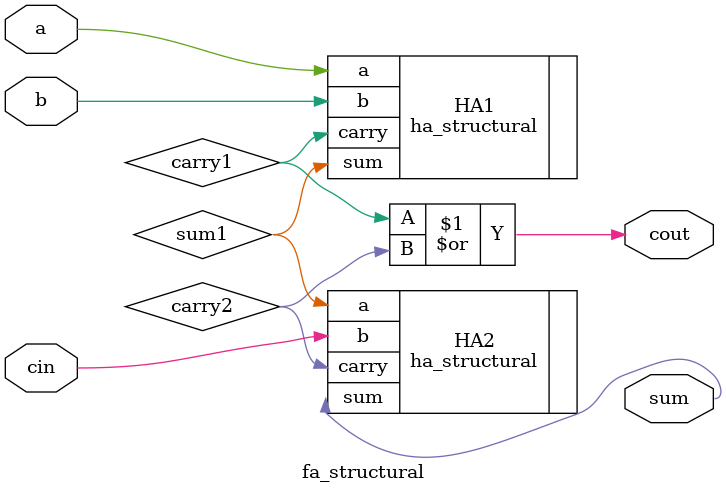
<source format=v>
module fa_structural (a, b, cin, sum, cout);

input a, b, cin;
output sum, cout;

//Declare nets to connect the Half Adders
wire sum1, carry1, carry2;

//Instantiate the Half adder module
    ha_structural HA1(.a(a), .b(b), .sum(sum1), .carry(carry1));
    ha_structural HA2(.a(sum1), .b(cin), .sum(sum), .carry(carry2));

    or(cout, carry1, carry2);
    
endmodule
</source>
